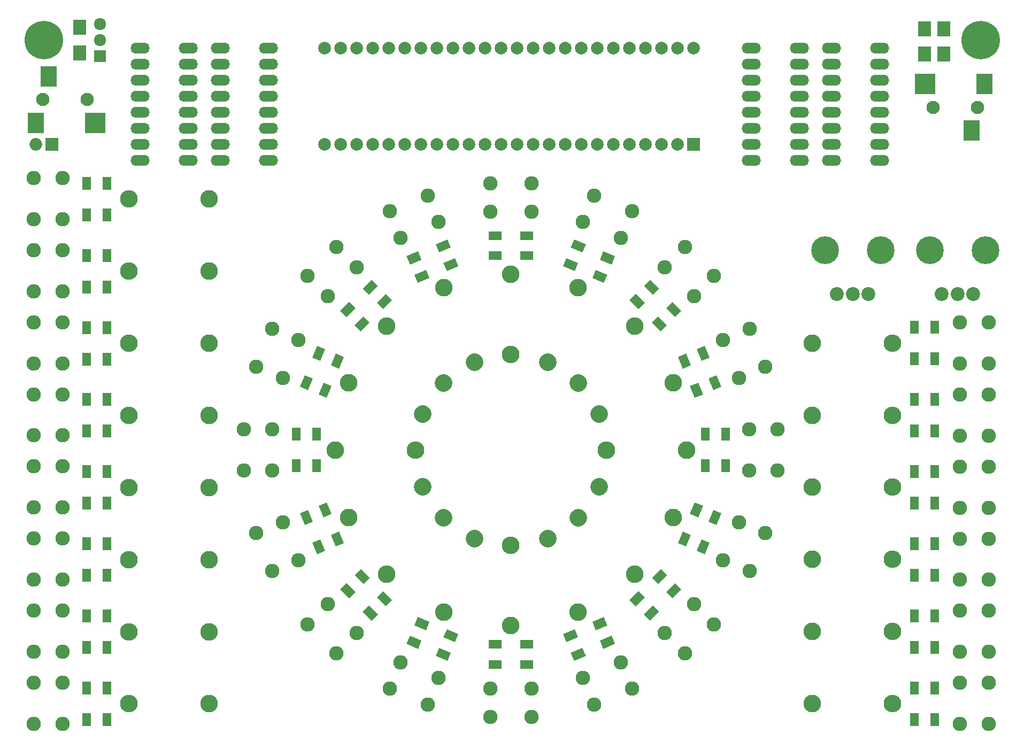
<source format=gts>
G04 #@! TF.FileFunction,Soldermask,Top*
%FSLAX46Y46*%
G04 Gerber Fmt 4.6, Leading zero omitted, Abs format (unit mm)*
G04 Created by KiCad (PCBNEW 4.0.6) date Thursday, 28. March 2019 'u40' 22:40:51*
%MOMM*%
%LPD*%
G01*
G04 APERTURE LIST*
%ADD10C,0.100000*%
%ADD11C,2.200000*%
%ADD12C,4.400000*%
%ADD13C,6.100000*%
%ADD14O,3.041600X1.720800*%
%ADD15C,2.000000*%
%ADD16R,2.000000X2.000000*%
%ADD17C,2.100000*%
%ADD18R,2.600000X3.200000*%
%ADD19R,3.200000X3.200000*%
%ADD20R,1.400000X2.000000*%
%ADD21R,2.000000X1.400000*%
%ADD22C,2.279600*%
%ADD23R,2.000000X2.400000*%
%ADD24C,2.800000*%
%ADD25O,2.800000X2.800000*%
%ADD26C,2.800000*%
%ADD27C,1.920000*%
%ADD28R,1.920000X1.920000*%
%ADD29R,2.100000X2.400000*%
%ADD30O,2.000000X2.000000*%
G04 APERTURE END LIST*
D10*
D11*
X197450700Y-79171800D03*
X199950700Y-79171800D03*
X202450700Y-79171800D03*
D12*
X195550700Y-72171800D03*
X204350700Y-72171800D03*
D11*
X214024200Y-79171800D03*
X216524200Y-79171800D03*
X219024200Y-79171800D03*
D12*
X212124200Y-72171800D03*
X220924200Y-72171800D03*
D13*
X220167200Y-38912800D03*
D14*
X191511200Y-40182800D03*
X191511200Y-42722800D03*
X191511200Y-45262800D03*
X191511200Y-47802800D03*
X191511200Y-50342800D03*
X191511200Y-52882800D03*
X191511200Y-55422800D03*
X191511200Y-57962800D03*
X183891200Y-57962800D03*
X183891200Y-55422800D03*
X183891200Y-52882800D03*
X183891200Y-50342800D03*
X183891200Y-47802800D03*
X183891200Y-45262800D03*
X183891200Y-42722800D03*
X183891200Y-40182800D03*
D15*
X134061200Y-55422800D03*
X131521200Y-55422800D03*
X128981200Y-55422800D03*
X126441200Y-55422800D03*
X136601200Y-55422800D03*
X139141200Y-55422800D03*
X141681200Y-55422800D03*
X123901200Y-55422800D03*
X121361200Y-55422800D03*
X118821200Y-55422800D03*
X116281200Y-55422800D03*
X116281200Y-40182800D03*
X118821200Y-40182800D03*
X121361200Y-40182800D03*
X123901200Y-40182800D03*
X126441200Y-40182800D03*
X128981200Y-40182800D03*
X131521200Y-40182800D03*
X134061200Y-40182800D03*
X144221200Y-55422800D03*
X146761200Y-55422800D03*
X149301200Y-55422800D03*
X151841200Y-55422800D03*
X154381200Y-55422800D03*
X156921200Y-55422800D03*
X159461200Y-55422800D03*
X162001200Y-55422800D03*
X164541200Y-55422800D03*
X167081200Y-55422800D03*
X169621200Y-55422800D03*
X172161200Y-55422800D03*
D16*
X174701200Y-55422800D03*
D15*
X136601200Y-40182800D03*
X139141200Y-40182800D03*
X141681200Y-40182800D03*
X144221200Y-40182800D03*
X146761200Y-40182800D03*
X149301200Y-40182800D03*
X151841200Y-40182800D03*
X154381200Y-40182800D03*
X156921200Y-40182800D03*
X159461200Y-40182800D03*
X162001200Y-40182800D03*
X164541200Y-40182800D03*
X167081200Y-40182800D03*
X169621200Y-40182800D03*
X172161200Y-40182800D03*
X174701200Y-40182800D03*
D14*
X204211200Y-40182800D03*
X204211200Y-42722800D03*
X204211200Y-45262800D03*
X204211200Y-47802800D03*
X204211200Y-50342800D03*
X204211200Y-52882800D03*
X204211200Y-55422800D03*
X204211200Y-57962800D03*
X196591200Y-57962800D03*
X196591200Y-55422800D03*
X196591200Y-52882800D03*
X196591200Y-50342800D03*
X196591200Y-47802800D03*
X196591200Y-45262800D03*
X196591200Y-42722800D03*
X196591200Y-40182800D03*
X107391200Y-40182800D03*
X107391200Y-42722800D03*
X107391200Y-45262800D03*
X107391200Y-47802800D03*
X107391200Y-50342800D03*
X107391200Y-52882800D03*
X107391200Y-55422800D03*
X107391200Y-57962800D03*
X99771200Y-57962800D03*
X99771200Y-55422800D03*
X99771200Y-52882800D03*
X99771200Y-50342800D03*
X99771200Y-47802800D03*
X99771200Y-45262800D03*
X99771200Y-42722800D03*
X99771200Y-40182800D03*
D17*
X219659200Y-49580800D03*
D18*
X218759200Y-53280800D03*
X220759200Y-45880800D03*
D19*
X211359200Y-45880800D03*
D17*
X212659200Y-49580800D03*
D14*
X94691200Y-40182800D03*
X94691200Y-42722800D03*
X94691200Y-45262800D03*
X94691200Y-47802800D03*
X94691200Y-50342800D03*
X94691200Y-52882800D03*
X94691200Y-55422800D03*
X94691200Y-57962800D03*
X87071200Y-57962800D03*
X87071200Y-55422800D03*
X87071200Y-52882800D03*
X87071200Y-50342800D03*
X87071200Y-47802800D03*
X87071200Y-45262800D03*
X87071200Y-42722800D03*
X87071200Y-40182800D03*
D10*
G36*
X122334196Y-129448724D02*
X123324146Y-128458774D01*
X124738360Y-129872988D01*
X123748410Y-130862938D01*
X122334196Y-129448724D01*
X122334196Y-129448724D01*
G37*
G36*
X124596938Y-127185982D02*
X125586888Y-126196032D01*
X127001102Y-127610246D01*
X126011152Y-128600196D01*
X124596938Y-127185982D01*
X124596938Y-127185982D01*
G37*
G36*
X118798662Y-125913190D02*
X119788612Y-124923240D01*
X121202826Y-126337454D01*
X120212876Y-127327404D01*
X118798662Y-125913190D01*
X118798662Y-125913190D01*
G37*
G36*
X121061404Y-123650448D02*
X122051354Y-122660498D01*
X123465568Y-124074712D01*
X122475618Y-125064662D01*
X121061404Y-123650448D01*
X121061404Y-123650448D01*
G37*
D20*
X81864000Y-141549600D03*
X78664000Y-141549600D03*
X81864000Y-146549600D03*
X78664000Y-146549600D03*
X81864000Y-130129600D03*
X78664000Y-130129600D03*
X81864000Y-135129600D03*
X78664000Y-135129600D03*
X81864000Y-118709600D03*
X78664000Y-118709600D03*
X81864000Y-123709600D03*
X78664000Y-123709600D03*
X81864000Y-107289600D03*
X78664000Y-107289600D03*
X81864000Y-112289600D03*
X78664000Y-112289600D03*
X81864000Y-95869600D03*
X78664000Y-95869600D03*
X81864000Y-100869600D03*
X78664000Y-100869600D03*
X81864000Y-84449600D03*
X78664000Y-84449600D03*
X81864000Y-89449600D03*
X78664000Y-89449600D03*
X81864000Y-73029600D03*
X78664000Y-73029600D03*
X81864000Y-78029600D03*
X78664000Y-78029600D03*
X81864000Y-61609600D03*
X78664000Y-61609600D03*
X81864000Y-66609600D03*
X78664000Y-66609600D03*
X209728000Y-146518800D03*
X212928000Y-146518800D03*
X209728000Y-141518800D03*
X212928000Y-141518800D03*
X209728000Y-135098800D03*
X212928000Y-135098800D03*
X209728000Y-130098800D03*
X212928000Y-130098800D03*
X209728000Y-123678800D03*
X212928000Y-123678800D03*
X209728000Y-118678800D03*
X212928000Y-118678800D03*
X209728000Y-112258800D03*
X212928000Y-112258800D03*
X209728000Y-107258800D03*
X212928000Y-107258800D03*
X209728000Y-100838800D03*
X212928000Y-100838800D03*
X209728000Y-95838800D03*
X212928000Y-95838800D03*
X209728000Y-89418800D03*
X212928000Y-89418800D03*
X209728000Y-84418800D03*
X212928000Y-84418800D03*
D21*
X148296000Y-137845600D03*
X148296000Y-134645600D03*
X143296000Y-137845600D03*
X143296000Y-134645600D03*
D10*
G36*
X160453281Y-135331717D02*
X159917524Y-134038286D01*
X161765283Y-133272919D01*
X162301040Y-134566350D01*
X160453281Y-135331717D01*
X160453281Y-135331717D01*
G37*
G36*
X159228694Y-132375302D02*
X158692937Y-131081871D01*
X160540696Y-130316504D01*
X161076453Y-131609935D01*
X159228694Y-132375302D01*
X159228694Y-132375302D01*
G37*
G36*
X155833884Y-137245134D02*
X155298127Y-135951703D01*
X157145886Y-135186336D01*
X157681643Y-136479767D01*
X155833884Y-137245134D01*
X155833884Y-137245134D01*
G37*
G36*
X154609297Y-134288719D02*
X154073540Y-132995288D01*
X155921299Y-132229921D01*
X156457056Y-133523352D01*
X154609297Y-134288719D01*
X154609297Y-134288719D01*
G37*
G36*
X171379124Y-127327404D02*
X170389174Y-126337454D01*
X171803388Y-124923240D01*
X172793338Y-125913190D01*
X171379124Y-127327404D01*
X171379124Y-127327404D01*
G37*
G36*
X169116382Y-125064662D02*
X168126432Y-124074712D01*
X169540646Y-122660498D01*
X170530596Y-123650448D01*
X169116382Y-125064662D01*
X169116382Y-125064662D01*
G37*
G36*
X167843590Y-130862938D02*
X166853640Y-129872988D01*
X168267854Y-128458774D01*
X169257804Y-129448724D01*
X167843590Y-130862938D01*
X167843590Y-130862938D01*
G37*
G36*
X165580848Y-128600196D02*
X164590898Y-127610246D01*
X166005112Y-126196032D01*
X166995062Y-127185982D01*
X165580848Y-128600196D01*
X165580848Y-128600196D01*
G37*
G36*
X178410167Y-115751243D02*
X177116736Y-115215486D01*
X177882103Y-113367727D01*
X179175534Y-113903484D01*
X178410167Y-115751243D01*
X178410167Y-115751243D01*
G37*
G36*
X175453752Y-114526656D02*
X174160321Y-113990899D01*
X174925688Y-112143140D01*
X176219119Y-112678897D01*
X175453752Y-114526656D01*
X175453752Y-114526656D01*
G37*
G36*
X176496750Y-120370640D02*
X175203319Y-119834883D01*
X175968686Y-117987124D01*
X177262117Y-118522881D01*
X176496750Y-120370640D01*
X176496750Y-120370640D01*
G37*
G36*
X173540335Y-119146053D02*
X172246904Y-118610296D01*
X173012271Y-116762537D01*
X174305702Y-117298294D01*
X173540335Y-119146053D01*
X173540335Y-119146053D01*
G37*
D20*
X179776000Y-101365600D03*
X176576000Y-101365600D03*
X179776000Y-106365600D03*
X176576000Y-106365600D03*
D10*
G36*
X177262117Y-89208319D02*
X175968686Y-89744076D01*
X175203319Y-87896317D01*
X176496750Y-87360560D01*
X177262117Y-89208319D01*
X177262117Y-89208319D01*
G37*
G36*
X174305702Y-90432906D02*
X173012271Y-90968663D01*
X172246904Y-89120904D01*
X173540335Y-88585147D01*
X174305702Y-90432906D01*
X174305702Y-90432906D01*
G37*
G36*
X179175534Y-93827716D02*
X177882103Y-94363473D01*
X177116736Y-92515714D01*
X178410167Y-91979957D01*
X179175534Y-93827716D01*
X179175534Y-93827716D01*
G37*
G36*
X176219119Y-95052303D02*
X174925688Y-95588060D01*
X174160321Y-93740301D01*
X175453752Y-93204544D01*
X176219119Y-95052303D01*
X176219119Y-95052303D01*
G37*
G36*
X169257804Y-78282476D02*
X168267854Y-79272426D01*
X166853640Y-77858212D01*
X167843590Y-76868262D01*
X169257804Y-78282476D01*
X169257804Y-78282476D01*
G37*
G36*
X166995062Y-80545218D02*
X166005112Y-81535168D01*
X164590898Y-80120954D01*
X165580848Y-79131004D01*
X166995062Y-80545218D01*
X166995062Y-80545218D01*
G37*
G36*
X172793338Y-81818010D02*
X171803388Y-82807960D01*
X170389174Y-81393746D01*
X171379124Y-80403796D01*
X172793338Y-81818010D01*
X172793338Y-81818010D01*
G37*
G36*
X170530596Y-84080752D02*
X169540646Y-85070702D01*
X168126432Y-83656488D01*
X169116382Y-82666538D01*
X170530596Y-84080752D01*
X170530596Y-84080752D01*
G37*
G36*
X157681643Y-71251433D02*
X157145886Y-72544864D01*
X155298127Y-71779497D01*
X155833884Y-70486066D01*
X157681643Y-71251433D01*
X157681643Y-71251433D01*
G37*
G36*
X156457056Y-74207848D02*
X155921299Y-75501279D01*
X154073540Y-74735912D01*
X154609297Y-73442481D01*
X156457056Y-74207848D01*
X156457056Y-74207848D01*
G37*
G36*
X162301040Y-73164850D02*
X161765283Y-74458281D01*
X159917524Y-73692914D01*
X160453281Y-72399483D01*
X162301040Y-73164850D01*
X162301040Y-73164850D01*
G37*
G36*
X161076453Y-76121265D02*
X160540696Y-77414696D01*
X158692937Y-76649329D01*
X159228694Y-75355898D01*
X161076453Y-76121265D01*
X161076453Y-76121265D01*
G37*
D21*
X143296000Y-69885600D03*
X143296000Y-73085600D03*
X148296000Y-69885600D03*
X148296000Y-73085600D03*
D10*
G36*
X131138719Y-72399483D02*
X131674476Y-73692914D01*
X129826717Y-74458281D01*
X129290960Y-73164850D01*
X131138719Y-72399483D01*
X131138719Y-72399483D01*
G37*
G36*
X132363306Y-75355898D02*
X132899063Y-76649329D01*
X131051304Y-77414696D01*
X130515547Y-76121265D01*
X132363306Y-75355898D01*
X132363306Y-75355898D01*
G37*
G36*
X135758116Y-70486066D02*
X136293873Y-71779497D01*
X134446114Y-72544864D01*
X133910357Y-71251433D01*
X135758116Y-70486066D01*
X135758116Y-70486066D01*
G37*
G36*
X136982703Y-73442481D02*
X137518460Y-74735912D01*
X135670701Y-75501279D01*
X135134944Y-74207848D01*
X136982703Y-73442481D01*
X136982703Y-73442481D01*
G37*
G36*
X120212876Y-80403796D02*
X121202826Y-81393746D01*
X119788612Y-82807960D01*
X118798662Y-81818010D01*
X120212876Y-80403796D01*
X120212876Y-80403796D01*
G37*
G36*
X122475618Y-82666538D02*
X123465568Y-83656488D01*
X122051354Y-85070702D01*
X121061404Y-84080752D01*
X122475618Y-82666538D01*
X122475618Y-82666538D01*
G37*
G36*
X123748410Y-76868262D02*
X124738360Y-77858212D01*
X123324146Y-79272426D01*
X122334196Y-78282476D01*
X123748410Y-76868262D01*
X123748410Y-76868262D01*
G37*
G36*
X126011152Y-79131004D02*
X127001102Y-80120954D01*
X125586888Y-81535168D01*
X124596938Y-80545218D01*
X126011152Y-79131004D01*
X126011152Y-79131004D01*
G37*
G36*
X113181833Y-91979957D02*
X114475264Y-92515714D01*
X113709897Y-94363473D01*
X112416466Y-93827716D01*
X113181833Y-91979957D01*
X113181833Y-91979957D01*
G37*
G36*
X116138248Y-93204544D02*
X117431679Y-93740301D01*
X116666312Y-95588060D01*
X115372881Y-95052303D01*
X116138248Y-93204544D01*
X116138248Y-93204544D01*
G37*
G36*
X115095250Y-87360560D02*
X116388681Y-87896317D01*
X115623314Y-89744076D01*
X114329883Y-89208319D01*
X115095250Y-87360560D01*
X115095250Y-87360560D01*
G37*
G36*
X118051665Y-88585147D02*
X119345096Y-89120904D01*
X118579729Y-90968663D01*
X117286298Y-90432906D01*
X118051665Y-88585147D01*
X118051665Y-88585147D01*
G37*
D20*
X111816000Y-106365600D03*
X115016000Y-106365600D03*
X111816000Y-101365600D03*
X115016000Y-101365600D03*
D10*
G36*
X114329883Y-118522881D02*
X115623314Y-117987124D01*
X116388681Y-119834883D01*
X115095250Y-120370640D01*
X114329883Y-118522881D01*
X114329883Y-118522881D01*
G37*
G36*
X117286298Y-117298294D02*
X118579729Y-116762537D01*
X119345096Y-118610296D01*
X118051665Y-119146053D01*
X117286298Y-117298294D01*
X117286298Y-117298294D01*
G37*
G36*
X112416466Y-113903484D02*
X113709897Y-113367727D01*
X114475264Y-115215486D01*
X113181833Y-115751243D01*
X112416466Y-113903484D01*
X112416466Y-113903484D01*
G37*
G36*
X115372881Y-112678897D02*
X116666312Y-112143140D01*
X117431679Y-113990899D01*
X116138248Y-114526656D01*
X115372881Y-112678897D01*
X115372881Y-112678897D01*
G37*
G36*
X133910357Y-136479767D02*
X134446114Y-135186336D01*
X136293873Y-135951703D01*
X135758116Y-137245134D01*
X133910357Y-136479767D01*
X133910357Y-136479767D01*
G37*
G36*
X135134944Y-133523352D02*
X135670701Y-132229921D01*
X137518460Y-132995288D01*
X136982703Y-134288719D01*
X135134944Y-133523352D01*
X135134944Y-133523352D01*
G37*
G36*
X129290960Y-134566350D02*
X129826717Y-133272919D01*
X131674476Y-134038286D01*
X131138719Y-135331717D01*
X129290960Y-134566350D01*
X129290960Y-134566350D01*
G37*
G36*
X130515547Y-131609935D02*
X131051304Y-130316504D01*
X132899063Y-131081871D01*
X132363306Y-132375302D01*
X130515547Y-131609935D01*
X130515547Y-131609935D01*
G37*
D22*
X142544800Y-141605000D03*
X149047200Y-141605000D03*
X142544800Y-146126200D03*
X149047200Y-146126200D03*
X157234526Y-139976439D03*
X163241960Y-137488079D03*
X158964714Y-144153483D03*
X164972148Y-141665123D03*
X170182840Y-132850331D03*
X174780731Y-128252440D03*
X173379811Y-136047302D03*
X177977702Y-131449411D03*
X179418479Y-121311560D03*
X181906839Y-115304126D03*
X183595523Y-123041748D03*
X186083883Y-117034314D03*
X183535400Y-107116800D03*
X183535400Y-100614400D03*
X188056600Y-107116800D03*
X188056600Y-100614400D03*
X181906839Y-92427074D03*
X179418479Y-86419640D03*
X186083883Y-90696886D03*
X183595523Y-84689452D03*
X174780731Y-79478760D03*
X170182840Y-74880869D03*
X177977702Y-76281789D03*
X173379811Y-71683898D03*
X163241960Y-70243121D03*
X157234526Y-67754761D03*
X164972148Y-66066077D03*
X158964714Y-63577717D03*
X149047200Y-66126200D03*
X142544800Y-66126200D03*
X149047200Y-61605000D03*
X142544800Y-61605000D03*
X134357474Y-67754761D03*
X128350040Y-70243121D03*
X132627286Y-63577717D03*
X126619852Y-66066077D03*
X121409160Y-74880869D03*
X116811269Y-79478760D03*
X118212189Y-71683898D03*
X113614298Y-76281789D03*
X112173521Y-86419640D03*
X109685161Y-92427074D03*
X107996477Y-84689452D03*
X105508117Y-90696886D03*
X108056600Y-100614400D03*
X108056600Y-107116800D03*
X103535400Y-100614400D03*
X103535400Y-107116800D03*
X109685161Y-115304126D03*
X112173521Y-121311560D03*
X105508117Y-117034314D03*
X107996477Y-123041748D03*
X116811269Y-128252440D03*
X121409160Y-132850331D03*
X113614298Y-131449411D03*
X118212189Y-136047302D03*
X128350040Y-137488079D03*
X134357474Y-139976439D03*
X126619852Y-141665123D03*
X132627286Y-144153483D03*
X74808080Y-60777120D03*
X74808080Y-67279520D03*
X70286880Y-60777120D03*
X70286880Y-67279520D03*
X74808080Y-72197120D03*
X74808080Y-78699520D03*
X70286880Y-72197120D03*
X70286880Y-78699520D03*
X74808080Y-83617120D03*
X74808080Y-90119520D03*
X70286880Y-83617120D03*
X70286880Y-90119520D03*
X74808080Y-95037120D03*
X74808080Y-101539520D03*
X70286880Y-95037120D03*
X70286880Y-101539520D03*
X74808080Y-106457120D03*
X74808080Y-112959520D03*
X70286880Y-106457120D03*
X70286880Y-112959520D03*
X74808080Y-117877120D03*
X74808080Y-124379520D03*
X70286880Y-117877120D03*
X70286880Y-124379520D03*
X74808080Y-129297120D03*
X74808080Y-135799520D03*
X70286880Y-129297120D03*
X70286880Y-135799520D03*
X74808080Y-140717120D03*
X74808080Y-147219520D03*
X70286880Y-140717120D03*
X70286880Y-147219520D03*
X216910920Y-90139520D03*
X216910920Y-83637120D03*
X221432120Y-90139520D03*
X221432120Y-83637120D03*
X216910920Y-101559520D03*
X216910920Y-95057120D03*
X221432120Y-101559520D03*
X221432120Y-95057120D03*
X216910920Y-112979520D03*
X216910920Y-106477120D03*
X221432120Y-112979520D03*
X221432120Y-106477120D03*
X216910920Y-124399520D03*
X216910920Y-117897120D03*
X221432120Y-124399520D03*
X221432120Y-117897120D03*
X216910920Y-135819520D03*
X216910920Y-129317120D03*
X221432120Y-135819520D03*
X221432120Y-129317120D03*
X216910920Y-147239520D03*
X216910920Y-140737120D03*
X221432120Y-147239520D03*
X221432120Y-140737120D03*
D23*
X214325200Y-37166800D03*
X214325200Y-41166800D03*
X211277200Y-37166800D03*
X211277200Y-41166800D03*
D24*
X145796000Y-76057600D03*
D25*
X145796000Y-88757600D03*
D24*
X156437661Y-78174358D03*
D26*
X151577581Y-89907628D02*
X151577581Y-89907628D01*
D24*
X165459225Y-84202375D03*
D26*
X156478969Y-93182631D02*
X156478969Y-93182631D01*
D24*
X171487242Y-93223939D03*
D26*
X159753972Y-98084019D02*
X159753972Y-98084019D01*
D24*
X173604000Y-103865600D03*
D25*
X160904000Y-103865600D03*
D24*
X171487242Y-114507261D03*
D26*
X159753972Y-109647181D02*
X159753972Y-109647181D01*
D24*
X165459225Y-123528825D03*
D26*
X156478969Y-114548569D02*
X156478969Y-114548569D01*
D24*
X156437661Y-129556842D03*
D26*
X151577581Y-117823572D02*
X151577581Y-117823572D01*
D24*
X145796000Y-131673600D03*
D25*
X145796000Y-118973600D03*
D24*
X135154339Y-129556842D03*
D26*
X140014419Y-117823572D02*
X140014419Y-117823572D01*
D24*
X126132775Y-123528825D03*
D26*
X135113031Y-114548569D02*
X135113031Y-114548569D01*
D24*
X120104758Y-114507261D03*
D26*
X131838028Y-109647181D02*
X131838028Y-109647181D01*
D24*
X117988000Y-103865600D03*
D25*
X130688000Y-103865600D03*
D24*
X120104758Y-93223939D03*
D26*
X131838028Y-98084019D02*
X131838028Y-98084019D01*
D24*
X126132775Y-84202375D03*
D26*
X135113031Y-93182631D02*
X135113031Y-93182631D01*
D24*
X135154339Y-78174358D03*
D26*
X140014419Y-89907628D02*
X140014419Y-89907628D01*
D24*
X98044000Y-64109600D03*
D25*
X85344000Y-64109600D03*
D24*
X98044000Y-75529600D03*
D25*
X85344000Y-75529600D03*
D24*
X98044000Y-86949600D03*
D25*
X85344000Y-86949600D03*
D24*
X98044000Y-98369600D03*
D25*
X85344000Y-98369600D03*
D24*
X98044000Y-109789600D03*
D25*
X85344000Y-109789600D03*
D24*
X98044000Y-121209600D03*
D25*
X85344000Y-121209600D03*
D24*
X98044000Y-132629600D03*
D25*
X85344000Y-132629600D03*
D24*
X98044000Y-144049600D03*
D25*
X85344000Y-144049600D03*
D24*
X193548000Y-144018800D03*
D25*
X206248000Y-144018800D03*
D24*
X193548000Y-132598800D03*
D25*
X206248000Y-132598800D03*
D24*
X193548000Y-121178800D03*
D25*
X206248000Y-121178800D03*
D24*
X193548000Y-109758800D03*
D25*
X206248000Y-109758800D03*
D24*
X193548000Y-98338800D03*
D25*
X206248000Y-98338800D03*
D24*
X193548000Y-86918800D03*
D25*
X206248000Y-86918800D03*
D13*
X71831200Y-38912800D03*
D17*
X71729600Y-48361600D03*
D18*
X72629600Y-44661600D03*
X70629600Y-52061600D03*
D19*
X80029600Y-52061600D03*
D17*
X78729600Y-48361600D03*
D27*
X80721200Y-38912800D03*
X80721200Y-36372800D03*
D28*
X80721200Y-41452800D03*
D29*
X77546200Y-36944800D03*
X77546200Y-40944800D03*
D16*
X73101200Y-55422800D03*
D30*
X70561200Y-55422800D03*
M02*

</source>
